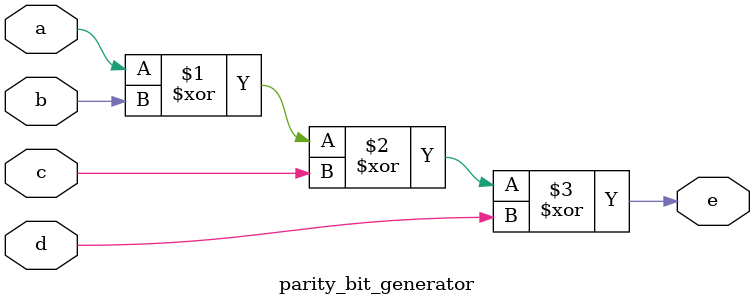
<source format=v>
`timescale 1ns / 1ps

module parity_bit_generator(
input a,b,c,d,
output e
    );
assign e=a^b^c^d;
endmodule
</source>
